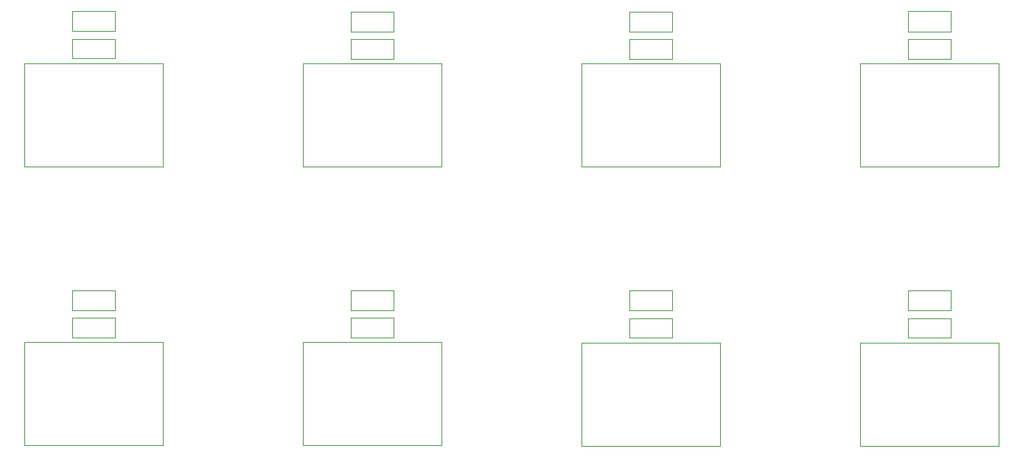
<source format=gbr>
%TF.GenerationSoftware,KiCad,Pcbnew,8.0.6*%
%TF.CreationDate,2024-11-17T13:24:28+02:00*%
%TF.ProjectId,1088as,31303838-6173-42e6-9b69-6361645f7063,rev?*%
%TF.SameCoordinates,PX4b9ebbdPY7add530*%
%TF.FileFunction,Other,User*%
%FSLAX46Y46*%
G04 Gerber Fmt 4.6, Leading zero omitted, Abs format (unit mm)*
G04 Created by KiCad (PCBNEW 8.0.6) date 2024-11-17 13:24:28*
%MOMM*%
%LPD*%
G01*
G04 APERTURE LIST*
%ADD10C,0.050000*%
G04 APERTURE END LIST*
D10*
%TO.C,R3*%
X45468639Y22543894D02*
X50368639Y22543894D01*
X45468639Y20303894D02*
X45468639Y22543894D01*
X50368639Y22543894D02*
X50368639Y20303894D01*
X50368639Y20303894D02*
X45468639Y20303894D01*
%TO.C,R5*%
X109481639Y54560094D02*
X114381639Y54560094D01*
X109481639Y52320094D02*
X109481639Y54560094D01*
X114381639Y54560094D02*
X114381639Y52320094D01*
X114381639Y52320094D02*
X109481639Y52320094D01*
%TO.C,C3*%
X45417873Y25733284D02*
X50377873Y25733284D01*
X45417873Y23433284D02*
X45417873Y25733284D01*
X50377873Y25733284D02*
X50377873Y23433284D01*
X50377873Y23433284D02*
X45417873Y23433284D01*
%TO.C,U2*%
X103983166Y19693319D02*
X103983166Y7833319D01*
X103983166Y7833319D02*
X119883166Y7833319D01*
X119883166Y19693319D02*
X103983166Y19693319D01*
X119883166Y7833319D02*
X119883166Y19693319D01*
%TO.C,R1*%
X109483166Y22497010D02*
X114383166Y22497010D01*
X109483166Y20257010D02*
X109483166Y22497010D01*
X114383166Y22497010D02*
X114383166Y20257010D01*
X114383166Y20257010D02*
X109483166Y20257010D01*
%TO.C,U14*%
X39989939Y51746078D02*
X39989939Y39886078D01*
X39989939Y39886078D02*
X55889939Y39886078D01*
X55889939Y51746078D02*
X39989939Y51746078D01*
X55889939Y39886078D02*
X55889939Y51746078D01*
%TO.C,U10*%
X103981639Y51756403D02*
X103981639Y39896403D01*
X103981639Y39896403D02*
X119881639Y39896403D01*
X119881639Y51756403D02*
X103981639Y51756403D01*
X119881639Y39896403D02*
X119881639Y51756403D01*
%TO.C,U12*%
X71993939Y51736750D02*
X71993939Y39876750D01*
X71993939Y39876750D02*
X87893939Y39876750D01*
X87893939Y51736750D02*
X71993939Y51736750D01*
X87893939Y39876750D02*
X87893939Y51736750D01*
%TO.C,C6*%
X77443173Y57729831D02*
X82403173Y57729831D01*
X77443173Y55429831D02*
X77443173Y57729831D01*
X82403173Y57729831D02*
X82403173Y55429831D01*
X82403173Y55429831D02*
X77443173Y55429831D01*
%TO.C,C5*%
X109430873Y57749484D02*
X114390873Y57749484D01*
X109430873Y55449484D02*
X109430873Y57749484D01*
X114390873Y57749484D02*
X114390873Y55449484D01*
X114390873Y55449484D02*
X109430873Y55449484D01*
%TO.C,U16*%
X7985939Y51765503D02*
X7985939Y39905503D01*
X7985939Y39905503D02*
X23885939Y39905503D01*
X23885939Y51765503D02*
X7985939Y51765503D01*
X23885939Y39905503D02*
X23885939Y51765503D01*
%TO.C,R6*%
X77493939Y54540441D02*
X82393939Y54540441D01*
X77493939Y52300441D02*
X77493939Y54540441D01*
X82393939Y54540441D02*
X82393939Y52300441D01*
X82393939Y52300441D02*
X77493939Y52300441D01*
%TO.C,R2*%
X77475353Y22506831D02*
X82375353Y22506831D01*
X77475353Y20266831D02*
X77475353Y22506831D01*
X82375353Y22506831D02*
X82375353Y20266831D01*
X82375353Y20266831D02*
X77475353Y20266831D01*
%TO.C,R8*%
X13485939Y54569194D02*
X18385939Y54569194D01*
X13485939Y52329194D02*
X13485939Y54569194D01*
X18385939Y54569194D02*
X18385939Y52329194D01*
X18385939Y52329194D02*
X13485939Y52329194D01*
%TO.C,C8*%
X13435173Y57758584D02*
X18395173Y57758584D01*
X13435173Y55458584D02*
X13435173Y57758584D01*
X18395173Y57758584D02*
X18395173Y55458584D01*
X18395173Y55458584D02*
X13435173Y55458584D01*
%TO.C,R7*%
X45489939Y54549769D02*
X50389939Y54549769D01*
X45489939Y52309769D02*
X45489939Y54549769D01*
X50389939Y54549769D02*
X50389939Y52309769D01*
X50389939Y52309769D02*
X45489939Y52309769D01*
%TO.C,U6*%
X39968639Y19740203D02*
X39968639Y7880203D01*
X39968639Y7880203D02*
X55868639Y7880203D01*
X55868639Y19740203D02*
X39968639Y19740203D01*
X55868639Y7880203D02*
X55868639Y19740203D01*
%TO.C,C1*%
X109432400Y25686400D02*
X114392400Y25686400D01*
X109432400Y23386400D02*
X109432400Y25686400D01*
X114392400Y25686400D02*
X114392400Y23386400D01*
X114392400Y23386400D02*
X109432400Y23386400D01*
%TO.C,U4*%
X71975353Y19703140D02*
X71975353Y7843140D01*
X71975353Y7843140D02*
X87875353Y7843140D01*
X87875353Y19703140D02*
X71975353Y19703140D01*
X87875353Y7843140D02*
X87875353Y19703140D01*
%TO.C,C7*%
X45439173Y57739159D02*
X50399173Y57739159D01*
X45439173Y55439159D02*
X45439173Y57739159D01*
X50399173Y57739159D02*
X50399173Y55439159D01*
X50399173Y55439159D02*
X45439173Y55439159D01*
%TO.C,U8*%
X7978989Y19736103D02*
X7978989Y7876103D01*
X7978989Y7876103D02*
X23878989Y7876103D01*
X23878989Y19736103D02*
X7978989Y19736103D01*
X23878989Y7876103D02*
X23878989Y19736103D01*
%TO.C,C2*%
X77424587Y25696221D02*
X82384587Y25696221D01*
X77424587Y23396221D02*
X77424587Y25696221D01*
X82384587Y25696221D02*
X82384587Y23396221D01*
X82384587Y23396221D02*
X77424587Y23396221D01*
%TO.C,C4*%
X13428223Y25729184D02*
X18388223Y25729184D01*
X13428223Y23429184D02*
X13428223Y25729184D01*
X18388223Y25729184D02*
X18388223Y23429184D01*
X18388223Y23429184D02*
X13428223Y23429184D01*
%TO.C,R4*%
X13478989Y22539794D02*
X18378989Y22539794D01*
X13478989Y20299794D02*
X13478989Y22539794D01*
X18378989Y22539794D02*
X18378989Y20299794D01*
X18378989Y20299794D02*
X13478989Y20299794D01*
%TD*%
M02*

</source>
